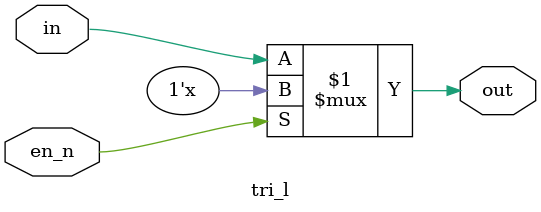
<source format=v>
/**
 * Tristate buffer: active high
 */
module tri_h #(parameter WIDTH = 1)
    (
        input   wire [WIDTH-1:0] in,
        output  wire [WIDTH-1:0] out,
        input   wire             en
    );

    assign out = en ? in: {WIDTH{1'bz}};
endmodule

/**
 * Tristate buffer: active low
 */
module tri_l #(parameter WIDTH = 1)
    (
        input   wire [WIDTH-1:0] in,
        output  wire [WIDTH-1:0] out,
        input   wire             en_n
    );

    assign out = en_n ? {WIDTH{1'bz}} : in;
endmodule

</source>
